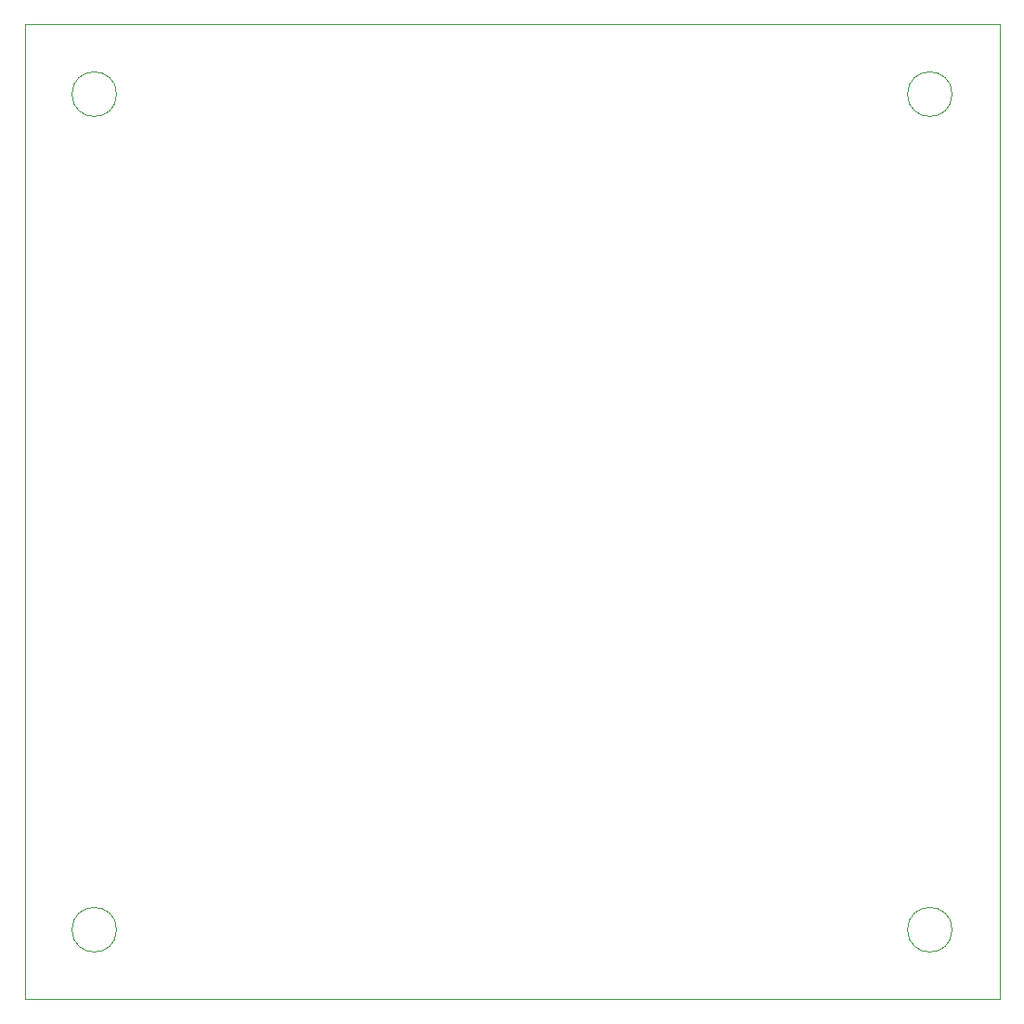
<source format=gbr>
%TF.GenerationSoftware,KiCad,Pcbnew,(5.1.9)-1*%
%TF.CreationDate,2021-06-17T08:41:36-07:00*%
%TF.ProjectId,knob_v1,6b6e6f62-5f76-4312-9e6b-696361645f70,rev?*%
%TF.SameCoordinates,Original*%
%TF.FileFunction,Profile,NP*%
%FSLAX46Y46*%
G04 Gerber Fmt 4.6, Leading zero omitted, Abs format (unit mm)*
G04 Created by KiCad (PCBNEW (5.1.9)-1) date 2021-06-17 08:41:36*
%MOMM*%
%LPD*%
G01*
G04 APERTURE LIST*
%TA.AperFunction,Profile*%
%ADD10C,0.050000*%
%TD*%
G04 APERTURE END LIST*
D10*
X144272000Y-125730000D02*
G75*
G03*
X144272000Y-125730000I-2032000J0D01*
G01*
X68072000Y-125730000D02*
G75*
G03*
X68072000Y-125730000I-2032000J0D01*
G01*
X144272000Y-49530000D02*
G75*
G03*
X144272000Y-49530000I-2032000J0D01*
G01*
X68072000Y-49530000D02*
G75*
G03*
X68072000Y-49530000I-2032000J0D01*
G01*
X59690000Y-132080000D02*
X59690000Y-43180000D01*
X148590000Y-132080000D02*
X59690000Y-132080000D01*
X148590000Y-43180000D02*
X148590000Y-132080000D01*
X59690000Y-43180000D02*
X148590000Y-43180000D01*
M02*

</source>
